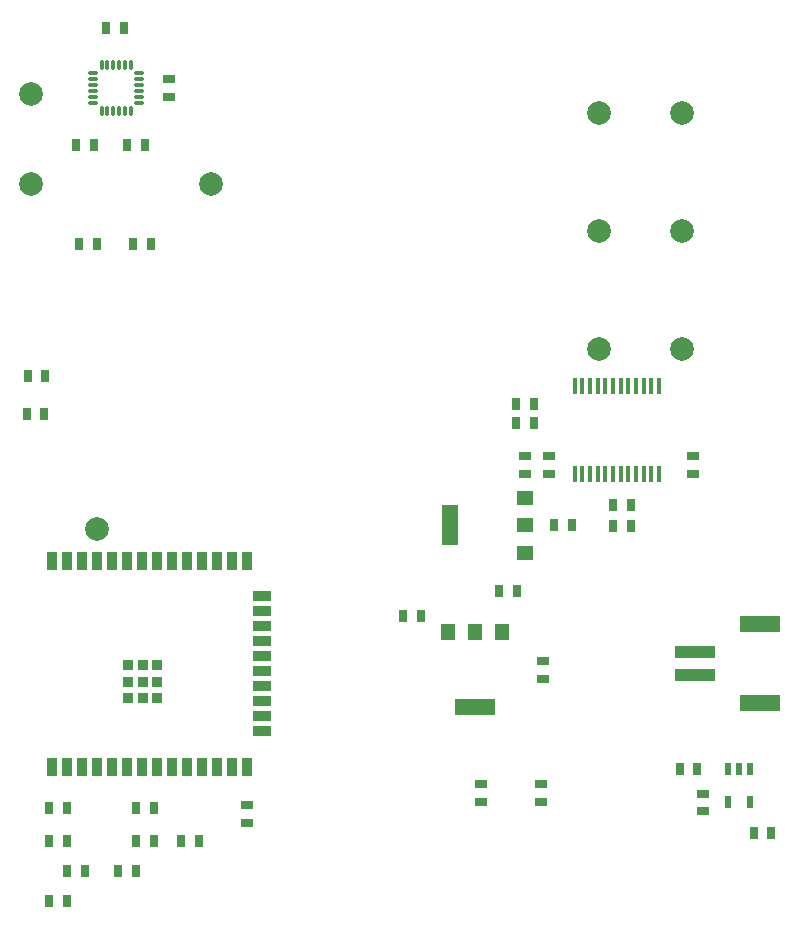
<source format=gbr>
G04 #@! TF.GenerationSoftware,KiCad,Pcbnew,(6.0.9-0)*
G04 #@! TF.CreationDate,2024-06-23T22:48:42+01:00*
G04 #@! TF.ProjectId,BalanceBoard,42616c61-6e63-4654-926f-6172642e6b69,rev?*
G04 #@! TF.SameCoordinates,Original*
G04 #@! TF.FileFunction,Paste,Top*
G04 #@! TF.FilePolarity,Positive*
%FSLAX46Y46*%
G04 Gerber Fmt 4.6, Leading zero omitted, Abs format (unit mm)*
G04 Created by KiCad (PCBNEW (6.0.9-0)) date 2024-06-23 22:48:42*
%MOMM*%
%LPD*%
G01*
G04 APERTURE LIST*
G04 Aperture macros list*
%AMRoundRect*
0 Rectangle with rounded corners*
0 $1 Rounding radius*
0 $2 $3 $4 $5 $6 $7 $8 $9 X,Y pos of 4 corners*
0 Add a 4 corners polygon primitive as box body*
4,1,4,$2,$3,$4,$5,$6,$7,$8,$9,$2,$3,0*
0 Add four circle primitives for the rounded corners*
1,1,$1+$1,$2,$3*
1,1,$1+$1,$4,$5*
1,1,$1+$1,$6,$7*
1,1,$1+$1,$8,$9*
0 Add four rect primitives between the rounded corners*
20,1,$1+$1,$2,$3,$4,$5,0*
20,1,$1+$1,$4,$5,$6,$7,0*
20,1,$1+$1,$6,$7,$8,$9,0*
20,1,$1+$1,$8,$9,$2,$3,0*%
G04 Aperture macros list end*
%ADD10R,0.700000X1.000000*%
%ADD11C,2.000000*%
%ADD12R,0.400000X1.400000*%
%ADD13R,1.000000X0.700000*%
%ADD14R,0.900000X1.500000*%
%ADD15R,1.500000X0.900000*%
%ADD16R,0.900000X0.900000*%
%ADD17R,0.600000X1.100000*%
%ADD18R,1.200000X1.400000*%
%ADD19R,3.500000X1.400000*%
%ADD20R,3.500000X1.000000*%
%ADD21RoundRect,0.075000X-0.350000X-0.075000X0.350000X-0.075000X0.350000X0.075000X-0.350000X0.075000X0*%
%ADD22RoundRect,0.075000X0.075000X-0.350000X0.075000X0.350000X-0.075000X0.350000X-0.075000X-0.350000X0*%
%ADD23R,1.400000X1.200000*%
%ADD24R,1.400000X3.500000*%
G04 APERTURE END LIST*
D10*
X112318800Y-115570000D03*
X110818800Y-115570000D03*
D11*
X55880000Y-58420000D03*
D10*
X88900000Y-102616000D03*
X87400000Y-102616000D03*
X101701600Y-94945200D03*
X100201600Y-94945200D03*
D12*
X109060123Y-83168000D03*
X108410123Y-83168000D03*
X107760123Y-83168000D03*
X107110123Y-83168000D03*
X106460123Y-83168000D03*
X105810123Y-83168000D03*
X105160123Y-83168000D03*
X104510123Y-83168000D03*
X103860123Y-83168000D03*
X103210123Y-83168000D03*
X102560123Y-83168000D03*
X101910123Y-83168000D03*
X101910123Y-90568000D03*
X102560123Y-90568000D03*
X103210123Y-90568000D03*
X103860123Y-90568000D03*
X104510123Y-90568000D03*
X105160123Y-90568000D03*
X105810123Y-90568000D03*
X106460123Y-90568000D03*
X107110123Y-90568000D03*
X107760123Y-90568000D03*
X108410123Y-90568000D03*
X109060123Y-90568000D03*
D10*
X57099200Y-82296000D03*
X55599200Y-82296000D03*
X61214000Y-62738000D03*
X59714000Y-62738000D03*
D13*
X97688400Y-90576400D03*
X97688400Y-89076400D03*
D11*
X61468000Y-95250000D03*
X104000000Y-60000000D03*
X55880000Y-66040000D03*
D10*
X106680000Y-93218000D03*
X105180000Y-93218000D03*
X58928000Y-118872000D03*
X57428000Y-118872000D03*
X97028000Y-100482400D03*
X95528000Y-100482400D03*
D13*
X99060000Y-116840000D03*
X99060000Y-118340000D03*
X111912400Y-90576400D03*
X111912400Y-89076400D03*
D11*
X111000000Y-60000000D03*
D10*
X58928000Y-121666000D03*
X57428000Y-121666000D03*
D11*
X111000000Y-70000000D03*
D14*
X57658000Y-115430000D03*
X58928000Y-115430000D03*
X60198000Y-115430000D03*
X61468000Y-115430000D03*
X62738000Y-115430000D03*
X64008000Y-115430000D03*
X65278000Y-115430000D03*
X66548000Y-115430000D03*
X67818000Y-115430000D03*
X69088000Y-115430000D03*
X70358000Y-115430000D03*
X71628000Y-115430000D03*
X72898000Y-115430000D03*
X74168000Y-115430000D03*
D15*
X75418000Y-112390000D03*
X75418000Y-111120000D03*
X75418000Y-109850000D03*
X75418000Y-108580000D03*
X75418000Y-107310000D03*
X75418000Y-106040000D03*
X75418000Y-104770000D03*
X75418000Y-103500000D03*
X75418000Y-102230000D03*
X75418000Y-100960000D03*
D14*
X74168000Y-97930000D03*
X72898000Y-97930000D03*
X71628000Y-97930000D03*
X70358000Y-97930000D03*
X69088000Y-97930000D03*
X67818000Y-97930000D03*
X66548000Y-97930000D03*
X65278000Y-97930000D03*
X64008000Y-97930000D03*
X62738000Y-97930000D03*
X61468000Y-97930000D03*
X60198000Y-97930000D03*
X58928000Y-97930000D03*
X57658000Y-97930000D03*
D16*
X66583000Y-108180000D03*
X64108000Y-106780000D03*
X64108000Y-109580000D03*
X65378000Y-108180000D03*
X65378000Y-106780000D03*
X66583000Y-106780000D03*
X65378000Y-109580000D03*
X64108000Y-108180000D03*
X66583000Y-109580000D03*
D13*
X99771200Y-90576400D03*
X99771200Y-89076400D03*
D11*
X71120000Y-66040000D03*
D10*
X63754000Y-52832000D03*
X62254000Y-52832000D03*
X66294000Y-121666000D03*
X64794000Y-121666000D03*
D13*
X112776000Y-119152800D03*
X112776000Y-117652800D03*
D10*
X118567200Y-120954800D03*
X117067200Y-120954800D03*
D13*
X93980000Y-116840000D03*
X93980000Y-118340000D03*
D10*
X98450400Y-84632800D03*
X96950400Y-84632800D03*
D17*
X116809600Y-115570000D03*
X115859600Y-115570000D03*
X114909600Y-115570000D03*
X114909600Y-118370000D03*
X116809600Y-118370000D03*
D11*
X104000000Y-70000000D03*
D10*
X70080000Y-121666000D03*
X68580000Y-121666000D03*
D18*
X95772000Y-103937600D03*
X93472000Y-103937600D03*
X91172000Y-103937600D03*
D19*
X93472000Y-110337600D03*
D10*
X58928000Y-126746000D03*
X57428000Y-126746000D03*
D20*
X112102000Y-107632000D03*
X112102000Y-105632000D03*
D19*
X117602000Y-103282000D03*
X117602000Y-109982000D03*
D10*
X59968000Y-71120000D03*
X61468000Y-71120000D03*
D13*
X74168000Y-118618000D03*
X74168000Y-120118000D03*
D10*
X98450400Y-86309200D03*
X96950400Y-86309200D03*
X63270000Y-124206000D03*
X64770000Y-124206000D03*
X66294000Y-118872000D03*
X64794000Y-118872000D03*
D11*
X104000000Y-80000000D03*
D10*
X106656000Y-94996000D03*
X105156000Y-94996000D03*
D21*
X61169000Y-56662000D03*
X61169000Y-57162000D03*
X61169000Y-57662000D03*
X61169000Y-58162000D03*
X61169000Y-58662000D03*
X61169000Y-59162000D03*
D22*
X61869000Y-59862000D03*
X62369000Y-59862000D03*
X62869000Y-59862000D03*
X63369000Y-59862000D03*
X63869000Y-59862000D03*
X64369000Y-59862000D03*
D21*
X65069000Y-59162000D03*
X65069000Y-58662000D03*
X65069000Y-58162000D03*
X65069000Y-57662000D03*
X65069000Y-57162000D03*
X65069000Y-56662000D03*
D22*
X64369000Y-55962000D03*
X63869000Y-55962000D03*
X63369000Y-55962000D03*
X62869000Y-55962000D03*
X62369000Y-55962000D03*
X61869000Y-55962000D03*
D13*
X67564000Y-58674000D03*
X67564000Y-57174000D03*
D10*
X60440000Y-124206000D03*
X58940000Y-124206000D03*
D11*
X111000000Y-80000000D03*
D10*
X64540000Y-71120000D03*
X66040000Y-71120000D03*
D23*
X97738800Y-97245200D03*
X97738800Y-94945200D03*
X97738800Y-92645200D03*
D24*
X91338800Y-94945200D03*
D10*
X64008000Y-62763400D03*
X65508000Y-62763400D03*
D13*
X99263200Y-106426000D03*
X99263200Y-107926000D03*
D10*
X55524400Y-85547200D03*
X57024400Y-85547200D03*
M02*

</source>
